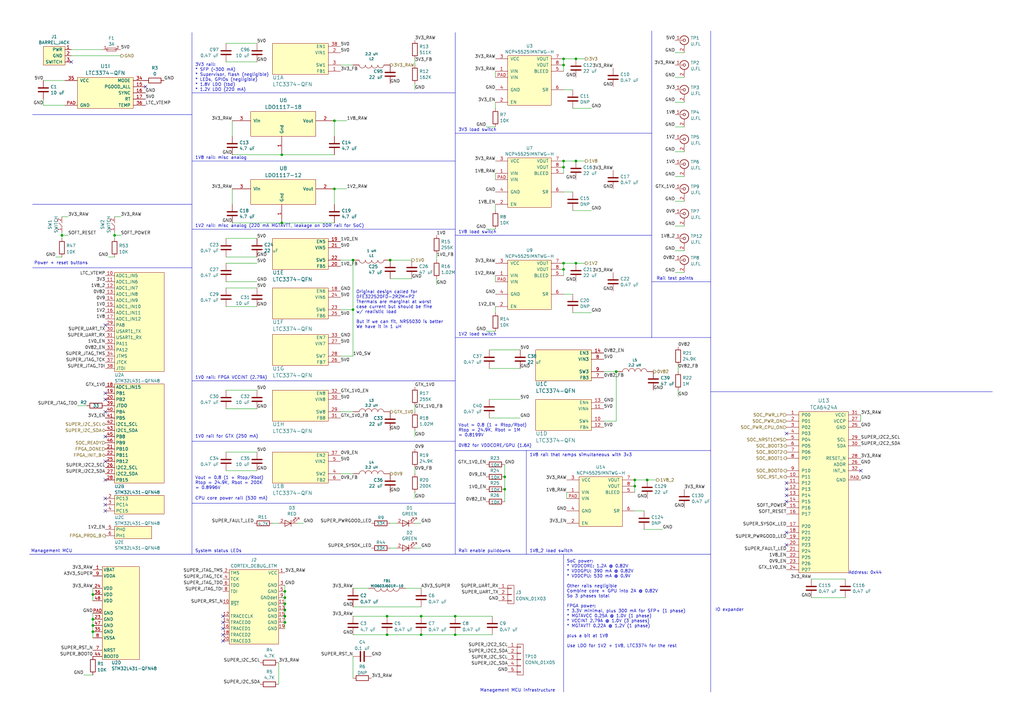
<source format=kicad_sch>
(kicad_sch (version 20250114) (generator "eeschema") (generator_version "9.0")
  (paper "A3")
  (title_block (date "2025-12-25") (rev "0.1"))
  (text "Address: 0x44" (at 347.98 234.95 0) (effects (font (size 1.27 1.27)) (justify left)))
  (text "1V0 rail for GTX (250 mA)" (at 80.01 179.07 0) (effects (font (size 1.27 1.27)) (justify left)))
  (text "1V2 load switch" (at 187.96 137.16 0) (effects (font (size 1.27 1.27)) (justify left)))
  (text "Original design called for \nDFE322520FD-2R2M=P2\nThermals are marginal at worst\ncase current but should be fine\nw/ realistic load\n\nBut if we can fit, NRS5030 is better\nWe have it in 1 uH" (at 146.05 127 0) (effects (font (size 1.27 1.27)) (justify left)))
  (text "Rail test points" (at 269.24 114.3 0) (effects (font (size 1.27 1.27)) (justify left)))
  (text "1V8 rail: misc analog" (at 80.01 64.77 0) (effects (font (size 1.27 1.27)) (justify left)))
  (text "1V8_2 load switch" (at 217.17 226.06 0) (effects (font (size 1.27 1.27)) (justify left)))
  (text "Management MCU" (at 12.7 226.06 0) (effects (font (size 1.27 1.27)) (justify left)))
  (text "System status LEDs" (at 80.01 226.06 0) (effects (font (size 1.27 1.27)) (justify left)))
  (text "3V3 rail:\n* SFP (~300 mA)\n* Supervisor, flash (negligible)\n* LEDs, GPIOs (negligible)\n* 1.8V LDO (tbd)\n* 1.2V LDO (220 mA)" (at 80.01 31.75 0) (effects (font (size 1.27 1.27)) (justify left)))
  (text "Vout = 0.8 (1 + Rtop/Rbot)\nRtop = 24.9K, Rbot = 1M\n= 0.8199V" (at 187.96 176.53 0) (effects (font (size 1.27 1.27)) (justify left)))
  (text "3V3 load switch" (at 187.96 53.34 0) (effects (font (size 1.27 1.27)) (justify left)))
  (text "Management MCU infrastructure" (at 196.85 283.21 0) (effects (font (size 1.27 1.27)) (justify left)))
  (text "IO expander" (at 293.37 250.19 0) (effects (font (size 1.27 1.27)) (justify left)))
  (text "1V0 rail: FPGA VCCINT (2.79A)" (at 80.01 154.94 0) (effects (font (size 1.27 1.27)) (justify left)))
  (text "Rail enable pulldowns" (at 187.96 226.06 0) (effects (font (size 1.27 1.27)) (justify left)))
  (text "1V8 rail that ramps simultaneous with 3v3" (at 217.17 186.69 0) (effects (font (size 1.27 1.27)) (justify left)))
  (text "Vout = 0.8 (1 + Rtop/Rbot)\nRtop = 24.9K, Rbot = 200K\n= 0.8996V" (at 80.01 198.12 0) (effects (font (size 1.27 1.27)) (justify left)))
  (text "SoC power:\n* VDDCORE: 1.2A @ 0.82V\n* VDDGPU: 390 mA @ 0.82V\n* VDDCPU: 530 mA @ 0.9V\n\nOther rails negligible\nCombine core + GPU into 2A @ 0.82V\nSo 3 phases total\n\nFPGA power:\n* 3.3V minimal, plus 300 mA for SFP+ (1 phase)\n* MGTAVCC 0.25A @ 1.0V (1 phase)\n* VCCINT 2.79A @ 1.0V (3 phases)\n* MGTAVTT 0.22A @ 1.2V (1 phase)\n\nplus a bit at 1V8\n\nUse LDO for 1V2 + 1V8, LTC3374 for the rest" (at 232.41 247.65 0) (effects (font (size 1.27 1.27)) (justify left)))
  (text "1V2 rail: misc analog (220 mA MGTAVTT, leakage on DDR rail for SoC)" (at 80.01 92.71 0) (effects (font (size 1.27 1.27)) (justify left)))
  (text "0V82 for VDDCORE/GPU (1.6A)" (at 187.96 182.88 0) (effects (font (size 1.27 1.27)) (justify left)))
  (text "CPU core power rail (530 mA)" (at 80.01 204.47 0) (effects (font (size 1.27 1.27)) (justify left)))
  (text "Power + reset buttons" (at 13.97 107.95 0) (effects (font (size 1.27 1.27)) (justify left)))
  (text "1V8 load switch" (at 187.96 95.25 0) (effects (font (size 1.27 1.27)) (justify left)))
  (junction (at 260.35 196.85))
  (junction (at 25.4 96.52))
  (junction (at 38.1 243.84))
  (junction (at 236.22 66.04))
  (junction (at 116.84 242.57))
  (junction (at 231.14 66.04))
  (junction (at 46.99 96.52))
  (junction (at 137.16 77.47))
  (junction (at 115.57 63.5))
  (junction (at 231.14 110.49))
  (junction (at 207.01 195.58))
  (junction (at 116.84 250.19))
  (junction (at 231.14 107.95))
  (junction (at 186.69 252.73))
  (junction (at 231.14 68.58))
  (junction (at 231.14 24.13))
  (junction (at 115.57 91.44))
  (junction (at 38.1 254))
  (junction (at 207.01 200.66))
  (junction (at 236.22 107.95))
  (junction (at 38.1 256.54))
  (junction (at 38.1 259.08))
  (junction (at 260.35 199.39))
  (junction (at 172.72 252.73))
  (junction (at 144.78 106.68))
  (junction (at 116.84 255.27))
  (junction (at 116.84 245.11))
  (junction (at 144.78 127))
  (junction (at 236.22 24.13))
  (junction (at 158.75 260.35))
  (junction (at 137.16 49.53))
  (junction (at 160.02 106.68))
  (junction (at 186.69 260.35))
  (junction (at 252.73 152.4))
  (junction (at 116.84 247.65))
  (junction (at 172.72 260.35))
  (junction (at 116.84 252.73))
  (junction (at 265.43 196.85))
  (junction (at 158.75 252.73))
  (junction (at 231.14 26.67))
  (no_connect (at 322.58 200.66))
  (no_connect (at 43.18 207.01))
  (no_connect (at 43.18 189.23))
  (no_connect (at 91.44 257.81))
  (no_connect (at 91.44 252.73))
  (no_connect (at 29.21 25.4))
  (no_connect (at 91.44 262.89))
  (no_connect (at 91.44 260.35))
  (no_connect (at 322.58 205.74))
  (no_connect (at 43.18 196.85))
  (no_connect (at 43.18 161.29))
  (no_connect (at 322.58 218.44))
  (no_connect (at 43.18 163.83))
  (no_connect (at 322.58 223.52))
  (no_connect (at 322.58 198.12))
  (no_connect (at 59.69 35.56))
  (no_connect (at 91.44 255.27))
  (no_connect (at 322.58 177.8))
  (no_connect (at 43.18 179.07))
  (no_connect (at 43.18 204.47))
  (no_connect (at 43.18 133.35))
  (no_connect (at 322.58 203.2))
  (no_connect (at 43.18 209.55))
  (no_connect (at 43.18 168.91))
  (no_connect (at 353.06 193.04))
  (polyline (pts (xy 267.335 54.61) (xy 267.335 96.52)))
  (wire (pts (xy 158.75 252.73) (xy 172.72 252.73)))
  (wire (pts (xy 38.1 259.08) (xy 38.1 261.62)))
  (wire (pts (xy 234.95 128.27) (xy 242.57 128.27)))
  (wire (pts (xy 234.95 44.45) (xy 242.57 44.45)))
  (wire (pts (xy 170.18 214.63) (xy 172.72 214.63)))
  (wire (pts (xy 213.36 143.51) (xy 200.66 143.51)))
  (wire (pts (xy 116.84 245.11) (xy 116.84 247.65)))
  (wire (pts (xy 213.36 151.13) (xy 200.66 151.13)))
  (wire (pts (xy 137.16 55.88) (xy 137.16 49.53)))
  (polyline (pts (xy 78.74 180.975) (xy 186.69 180.975)))
  (wire (pts (xy 144.78 269.24) (xy 144.78 278.13)))
  (wire (pts (xy 199.39 52.07) (xy 203.2 52.07)))
  (polyline (pts (xy 267.335 138.43) (xy 291.465 138.43)))
  (polyline (pts (xy 13.335 83.82) (xy 78.74 83.82)))
  (wire (pts (xy 38.1 251.46) (xy 38.1 254)))
  (polyline (pts (xy 78.74 156.21) (xy 186.69 156.21)))
  (polyline (pts (xy 291.465 184.785) (xy 186.69 184.785)))
  (wire (pts (xy 46.99 96.52) (xy 46.99 97.79)))
  (wire (pts (xy 276.86 82.55) (xy 280.67 82.55)))
  (wire (pts (xy 332.74 245.11) (xy 346.71 245.11)))
  (wire (pts (xy 168.91 114.3) (xy 160.02 114.3)))
  (wire (pts (xy 203.2 83.82) (xy 203.2 86.36)))
  (wire (pts (xy 105.41 125.73) (xy 92.71 125.73)))
  (wire (pts (xy 236.22 24.13) (xy 240.03 24.13)))
  (polyline (pts (xy 267.335 12.7) (xy 267.335 54.61)))
  (wire (pts (xy 231.14 24.13) (xy 236.22 24.13)))
  (wire (pts (xy 105.41 105.41) (xy 92.71 105.41)))
  (wire (pts (xy 179.07 104.14) (xy 179.07 106.68)))
  (polyline (pts (xy 291.465 115.57) (xy 267.335 115.57)))
  (wire (pts (xy 31.75 166.37) (xy 35.56 166.37)))
  (wire (pts (xy 144.78 248.92) (xy 172.72 248.92)))
  (wire (pts (xy 95.25 55.88) (xy 95.25 49.53)))
  (wire (pts (xy 276.86 52.07) (xy 280.67 52.07)))
  (wire (pts (xy 199.39 93.98) (xy 203.2 93.98)))
  (wire (pts (xy 231.14 66.04) (xy 231.14 68.58)))
  (wire (pts (xy 276.86 62.23) (xy 280.67 62.23)))
  (wire (pts (xy 231.14 120.65) (xy 234.95 120.65)))
  (wire (pts (xy 207.01 195.58) (xy 207.01 200.66)))
  (wire (pts (xy 236.22 107.95) (xy 240.03 107.95)))
  (wire (pts (xy 260.35 196.85) (xy 265.43 196.85)))
  (wire (pts (xy 17.78 43.18) (xy 26.67 43.18)))
  (wire (pts (xy 95.25 83.82) (xy 95.25 77.47)))
  (wire (pts (xy 252.73 172.72) (xy 247.65 172.72)))
  (wire (pts (xy 105.41 107.95) (xy 92.71 107.95)))
  (wire (pts (xy 278.13 149.86) (xy 278.13 152.4)))
  (wire (pts (xy 166.37 241.3) (xy 172.72 241.3)))
  (wire (pts (xy 260.35 199.39) (xy 260.35 201.93)))
  (wire (pts (xy 276.86 92.71) (xy 280.67 92.71)))
  (wire (pts (xy 29.21 22.86) (xy 49.53 22.86)))
  (wire (pts (xy 231.14 107.95) (xy 236.22 107.95)))
  (wire (pts (xy 332.74 237.49) (xy 346.71 237.49)))
  (wire (pts (xy 44.45 105.41) (xy 46.99 105.41)))
  (wire (pts (xy 115.57 91.44) (xy 137.16 91.44)))
  (polyline (pts (xy 78.74 93.98) (xy 186.69 93.98)))
  (wire (pts (xy 144.78 260.35) (xy 158.75 260.35)))
  (wire (pts (xy 232.41 201.93) (xy 232.41 204.47)))
  (wire (pts (xy 265.43 196.85) (xy 269.24 196.85)))
  (wire (pts (xy 116.84 255.27) (xy 116.84 257.81)))
  (wire (pts (xy 144.78 26.67) (xy 139.7 26.67)))
  (wire (pts (xy 252.73 152.4) (xy 247.65 152.4)))
  (wire (pts (xy 144.78 127) (xy 144.78 146.05)))
  (wire (pts (xy 170.18 204.47) (xy 170.18 201.93)))
  (wire (pts (xy 170.18 191.77) (xy 170.18 194.31)))
  (wire (pts (xy 105.41 118.11) (xy 92.71 118.11)))
  (polyline (pts (xy 78.74 13.335) (xy 78.74 109.728)))
  (wire (pts (xy 276.86 31.75) (xy 280.67 31.75)))
  (wire (pts (xy 34.29 276.86) (xy 38.1 276.86)))
  (polyline (pts (xy 267.335 96.52) (xy 267.335 138.43)))
  (wire (pts (xy 29.21 20.32) (xy 41.91 20.32)))
  (wire (pts (xy 137.16 77.47) (xy 142.24 77.47)))
  (wire (pts (xy 203.2 125.73) (xy 203.2 128.27)))
  (wire (pts (xy 170.18 224.79) (xy 172.72 224.79)))
  (wire (pts (xy 25.4 95.25) (xy 25.4 96.52)))
  (wire (pts (xy 276.86 111.76) (xy 280.67 111.76)))
  (wire (pts (xy 170.18 179.07) (xy 170.18 176.53)))
  (wire (pts (xy 353.06 170.18) (xy 353.06 172.72)))
  (wire (pts (xy 17.78 33.02) (xy 26.67 33.02)))
  (polyline (pts (xy 78.74 66.04) (xy 186.69 66.04)))
  (wire (pts (xy 231.14 36.83) (xy 234.95 36.83)))
  (wire (pts (xy 186.69 252.73) (xy 201.93 252.73)))
  (wire (pts (xy 22.86 105.41) (xy 25.4 105.41)))
  (wire (pts (xy 46.99 95.25) (xy 46.99 96.52)))
  (polyline (pts (xy 78.74 206.375) (xy 186.69 206.375)))
  (wire (pts (xy 114.3 271.78) (xy 114.3 280.67)))
  (wire (pts (xy 231.14 78.74) (xy 234.95 78.74)))
  (wire (pts (xy 213.36 163.83) (xy 200.66 163.83)))
  (wire (pts (xy 170.18 166.37) (xy 170.18 168.91)))
  (wire (pts (xy 105.41 167.64) (xy 92.71 167.64)))
  (wire (pts (xy 160.02 224.79) (xy 162.56 224.79)))
  (wire (pts (xy 46.99 96.52) (xy 49.53 96.52)))
  (wire (pts (xy 95.25 63.5) (xy 115.57 63.5)))
  (wire (pts (xy 276.86 21.59) (xy 280.67 21.59)))
  (wire (pts (xy 105.41 160.02) (xy 92.71 160.02)))
  (wire (pts (xy 137.16 83.82) (xy 137.16 77.47)))
  (wire (pts (xy 170.18 24.13) (xy 170.18 26.67)))
  (wire (pts (xy 105.41 193.04) (xy 92.71 193.04)))
  (wire (pts (xy 38.1 243.84) (xy 38.1 246.38)))
  (wire (pts (xy 115.57 63.5) (xy 137.16 63.5)))
  (wire (pts (xy 144.78 106.68) (xy 139.7 106.68)))
  (wire (pts (xy 105.41 17.78) (xy 92.71 17.78)))
  (wire (pts (xy 160.02 214.63) (xy 162.56 214.63)))
  (polyline (pts (xy 13.335 109.855) (xy 78.74 109.855)))
  (wire (pts (xy 105.41 115.57) (xy 92.71 115.57)))
  (wire (pts (xy 231.14 107.95) (xy 231.14 110.49)))
  (wire (pts (xy 179.07 116.84) (xy 179.07 114.3)))
  (wire (pts (xy 203.2 71.12) (xy 203.2 73.66)))
  (polyline (pts (xy 267.335 96.52) (xy 186.69 96.52)))
  (wire (pts (xy 116.84 240.03) (xy 116.84 242.57)))
  (wire (pts (xy 38.1 254) (xy 38.1 256.54)))
  (wire (pts (xy 231.14 110.49) (xy 231.14 113.03)))
  (polyline (pts (xy 215.9 184.785) (xy 215.9 227.33)))
  (wire (pts (xy 260.35 209.55) (xy 264.16 209.55)))
  (polyline (pts (xy 13.335 46.99) (xy 78.74 46.99)))
  (wire (pts (xy 116.84 252.73) (xy 116.84 255.27)))
  (wire (pts (xy 144.78 168.91) (xy 139.7 168.91)))
  (wire (pts (xy 252.73 152.4) (xy 252.73 172.72)))
  (wire (pts (xy 207.01 200.66) (xy 207.01 205.74)))
  (wire (pts (xy 25.4 88.9) (xy 27.94 88.9)))
  (wire (pts (xy 144.78 252.73) (xy 158.75 252.73)))
  (polyline (pts (xy 291.465 96.52) (xy 291.465 138.43)))
  (wire (pts (xy 170.18 36.83) (xy 170.18 34.29)))
  (wire (pts (xy 116.84 250.19) (xy 116.84 252.73)))
  (wire (pts (xy 105.41 25.4) (xy 92.71 25.4)))
  (polyline (pts (xy 186.69 13.335) (xy 186.69 227.33)))
  (wire (pts (xy 116.84 247.65) (xy 116.84 250.19)))
  (polyline (pts (xy 12.065 227.33) (xy 231.14 227.33)))
  (wire (pts (xy 231.14 68.58) (xy 231.14 71.12)))
  (polyline (pts (xy 291.465 160.655) (xy 407.035 160.655)))
  (wire (pts (xy 276.86 41.91) (xy 280.67 41.91)))
  (wire (pts (xy 116.84 242.57) (xy 116.84 245.11)))
  (wire (pts (xy 137.16 49.53) (xy 142.24 49.53)))
  (polyline (pts (xy 291.465 12.7) (xy 291.465 96.52)))
  (polyline (pts (xy 186.69 38.1) (xy 78.74 38.1)))
  (wire (pts (xy 203.2 29.21) (xy 203.2 31.75)))
  (wire (pts (xy 236.22 66.04) (xy 240.03 66.04)))
  (wire (pts (xy 144.78 194.31) (xy 139.7 194.31)))
  (wire (pts (xy 105.41 185.42) (xy 92.71 185.42)))
  (wire (pts (xy 17.78 40.64) (xy 17.78 43.18)))
  (wire (pts (xy 144.78 146.05) (xy 139.7 146.05)))
  (wire (pts (xy 105.41 97.79) (xy 92.71 97.79)))
  (polyline (pts (xy 291.465 227.33) (xy 291.465 283.845)))
  (wire (pts (xy 234.95 86.36) (xy 242.57 86.36)))
  (polyline (pts (xy 291.465 138.43) (xy 291.465 184.785)))
  (polyline (pts (xy 231.14 227.33) (xy 291.465 227.33)))
  (wire (pts (xy 231.14 66.04) (xy 236.22 66.04)))
  (wire (pts (xy 231.14 26.67) (xy 231.14 29.21)))
  (wire (pts (xy 199.39 135.89) (xy 203.2 135.89)))
  (wire (pts (xy 111.76 214.63) (xy 114.3 214.63)))
  (polyline (pts (xy 78.74 227.33) (xy 78.74 109.855)))
  (wire (pts (xy 95.25 91.44) (xy 115.57 91.44)))
  (wire (pts (xy 144.78 106.68) (xy 144.78 127)))
  (wire (pts (xy 38.1 241.3) (xy 38.1 243.84)))
  (wire (pts (xy 46.99 88.9) (xy 49.53 88.9)))
  (wire (pts (xy 276.86 102.87) (xy 280.67 102.87)))
  (wire (pts (xy 158.75 260.35) (xy 172.72 260.35)))
  (polyline (pts (xy 267.335 54.61) (xy 186.69 54.61)))
  (wire (pts (xy 260.35 196.85) (xy 260.35 199.39)))
  (wire (pts (xy 278.13 162.56) (xy 278.13 160.02)))
  (wire (pts (xy 25.4 96.52) (xy 27.94 96.52)))
  (wire (pts (xy 139.7 127) (xy 144.78 127)))
  (wire (pts (xy 203.2 41.91) (xy 203.2 44.45)))
  (wire (pts (xy 264.16 217.17) (xy 271.78 217.17)))
  (wire (pts (xy 160.02 106.68) (xy 168.91 106.68)))
  (polyline (pts (xy 267.335 138.43) (xy 186.69 138.43)))
  (wire (pts (xy 207.01 190.5) (xy 207.01 195.58)))
  (wire (pts (xy 121.92 214.63) (xy 124.46 214.63)))
  (polyline (pts (xy 231.14 227.33) (xy 231.14 283.845)))
  (wire (pts (xy 172.72 252.73) (xy 186.69 252.73)))
  (polyline (pts (xy 291.465 184.785) (xy 291.465 227.33)))
  (wire (pts (xy 231.14 24.13) (xy 231.14 26.67)))
  (wire (pts (xy 172.72 260.35) (xy 186.69 260.35)))
  (wire (pts (xy 38.1 256.54) (xy 38.1 259.08)))
  (wire (pts (xy 276.86 72.39) (xy 280.67 72.39)))
  (wire (pts (xy 144.78 241.3) (xy 151.13 241.3)))
  (wire (pts (xy 203.2 113.03) (xy 203.2 115.57)))
  (wire (pts (xy 186.69 260.35) (xy 201.93 260.35)))
  (wire (pts (xy 213.36 171.45) (xy 200.66 171.45)))
  (wire (pts (xy 25.4 96.52) (xy 25.4 97.79)))
  (label "GND" (at 199.39 135.89 180))
  (label "5V0" (at 213.36 143.51 0))
  (label "SUPER_I2C2_SDA" (at 353.06 182.88 0))
  (label "1V2_RAW" (at 203.2 113.03 180))
  (label "1V8_2" (at 43.18 118.11 180))
  (label "GTX_1V0" (at 43.18 158.75 180))
  (label "GND" (at 105.41 105.41 0))
  (label "SUPER_SYSOK_LED" (at 152.4 224.79 180))
  (label "GND" (at 17.78 43.18 180))
  (label "0V82_EN" (at 43.18 143.51 180))
  (label "SUPER_RST_N" (at 144.78 269.24 180))
  (label "GND" (at 280.67 208.28 180))
  (label "GTX_1V0_EN" (at 322.58 233.68 180))
  (label "3V3_RAW" (at 353.06 187.96 0))
  (label "3V3_EN" (at 43.18 171.45 180))
  (label "1V0_FB" (at 139.7 109.22 0))
  (label "GND" (at 160.02 176.53 0))
  (label "GND" (at 353.06 196.85 0))
  (label "1V2_EN" (at 203.2 125.73 180))
  (label "SUPER_UART_TX" (at 204.47 243.84 180))
  (label "5V0" (at 105.41 118.11 0))
  (label "GTX_1V0_FB" (at 170.18 167.64 0))
  (label "1V8_EN" (at 203.2 83.82 180))
  (label "0V82" (at 278.13 142.24 0))
  (label "3V3_RAW" (at 27.94 88.9 0))
  (label "GND" (at 105.41 193.04 0))
  (label "GND" (at 276.86 72.39 180))
  (label "GND" (at 276.86 62.23 180))
  (label "3V3_RAW" (at 251.46 111.76 180))
  (label "3V3_RAW" (at 95.25 77.47 180))
  (label "GND" (at 204.47 246.38 180))
  (label "SUPER_RST_N" (at 38.1 266.7 180))
  (label "SUPER_JTAG_TDO" (at 31.75 166.37 180))
  (label "3V3_RAW" (at 144.78 252.73 180))
  (label "GND" (at 105.41 115.57 0))
  (label "1V0" (at 179.07 96.52 0))
  (label "3V3_RAW" (at 116.84 234.95 0))
  (label "GTX_1V0_EN" (at 199.39 190.5 180))
  (label "GND" (at 242.57 128.27 0))
  (label "GND" (at 203.2 120.65 180))
  (label "GND" (at 160.02 34.29 0))
  (label "SUPER_SYSOK_LED" (at 322.58 215.9 180))
  (label "GND" (at 67.31 33.02 0))
  (label "GND" (at 278.13 162.56 0))
  (label "SUPER_I2C2_SCL" (at 353.06 180.34 0))
  (label "SUPER_I2C_SCL" (at 106.68 271.78 180))
  (label "3V3_RAW" (at 95.25 49.53 180))
  (label "3V3_RAW" (at 203.2 66.04 180))
  (label "A3V3_SUPER" (at 172.72 241.3 0))
  (label "GND" (at 247.65 165.1 0))
  (label "SUPER_I2C2_SDA" (at 208.28 267.97 180))
  (label "GND" (at 242.57 44.45 0))
  (label "1V2" (at 276.86 57.15 180))
  (label "3V3_RAW" (at 332.74 237.49 180))
  (label "GND" (at 207.01 190.5 0))
  (label "5V0" (at 105.41 107.95 0))
  (label "SUPER_PWRGOOD_LED" (at 322.58 220.98 180))
  (label "1V2" (at 43.18 128.27 180))
  (label "3V3_EN" (at 203.2 41.91 180))
  (label "1V2_EN" (at 43.18 217.17 180))
  (label "GND" (at 276.86 102.87 180))
  (label "GTX_1V0_FB" (at 139.7 171.45 0))
  (label "GND" (at 105.41 125.73 0))
  (label "GND" (at 208.28 275.59 180))
  (label "3V3_RAW" (at 203.2 24.13 180))
  (label "SUPER_I2C_SDA" (at 106.68 280.67 180))
  (label "3V3_RAW" (at 232.41 196.85 180))
  (label "GND" (at 203.2 36.83 180))
  (label "GND" (at 276.86 82.55 180))
  (label "SUPER_FAULT_LED" (at 322.58 226.06 180))
  (label "5V0" (at 105.41 160.02 0))
  (label "GND" (at 139.7 119.38 0))
  (label "5V0" (at 247.65 175.26 0))
  (label "0V82_EN" (at 199.39 205.74 180))
  (label "SUPER_I2C_SCL" (at 208.28 270.51 180))
  (label "GND" (at 172.72 224.79 0))
  (label "1V8_RAW" (at 203.2 71.12 180))
  (label "GND" (at 170.18 204.47 0))
  (label "SOFT_RESET" (at 322.58 210.82 180))
  (label "0V9" (at 43.18 123.19 180))
  (label "SOFT_POWER" (at 322.58 208.28 180))
  (label "GND" (at 172.72 214.63 0))
  (label "3V3_FB" (at 139.7 29.21 0))
  (label "5V0" (at 139.7 21.59 0))
  (label "GND" (at 276.86 41.91 180))
  (label "GND" (at 251.46 35.56 180))
  (label "GND" (at 199.39 93.98 180))
  (label "SUPER_PWRGOOD_LED" (at 152.4 214.63 180))
  (label "5V0" (at 139.7 129.54 0))
  (label "GND" (at 236.22 73.66 180))
  (label "5V0" (at 59.69 40.64 0))
  (label "3V3_FB" (at 170.18 25.4 0))
  (label "0V9_EN" (at 139.7 186.69 0))
  (label "GND" (at 332.74 245.11 180))
  (label "3V3_RAW" (at 353.06 170.18 0))
  (label "1V0_FB" (at 179.07 105.41 0))
  (label "GND" (at 38.1 251.46 180))
  (label "SUPER_FAULT_LED" (at 104.14 214.63 180))
  (label "GND" (at 251.46 119.38 180))
  (label "1V0_EN" (at 43.18 140.97 180))
  (label "SUPER_JTAG_TDO" (at 91.44 240.03 180))
  (label "0V9_EN" (at 199.39 195.58 180))
  (label "GND" (at 276.86 52.07 180))
  (label "5V0" (at 49.53 20.32 0))
  (label "3V3_EN" (at 232.41 214.63 180))
  (label "GND" (at 34.29 276.86 180))
  (label "SOFT_RESET" (at 27.94 96.52 0))
  (label "SUPER_JTAG_TCK" (at 43.18 148.59 180))
  (label "GND" (at 242.57 86.36 0))
  (label "1V2_RAW" (at 142.24 77.47 0))
  (label "5V0" (at 105.41 97.79 0))
  (label "3V3_RAW" (at 152.4 278.13 0))
  (label "5V0" (at 247.65 147.32 0))
  (label "5V0" (at 139.7 163.83 0))
  (label "GND" (at 116.84 240.03 0))
  (label "GTX_1V0" (at 276.86 77.47 180))
  (label "GND" (at 276.86 21.59 180))
  (label "3V3_RAW" (at 170.18 16.51 0))
  (label "GND" (at 267.97 160.02 0))
  (label "GND" (at 276.86 31.75 180))
  (label "GND" (at 124.46 214.63 0))
  (label "1V8" (at 276.86 46.99 180))
  (label "SUPER_JTAG_TMS" (at 43.18 146.05 180))
  (label "5V0" (at 139.7 189.23 0))
  (label "3V3_RAW" (at 203.2 29.21 180))
  (label "SUPER_UART_RX" (at 204.47 241.3 180))
  (label "GND" (at 139.7 138.43 0))
  (label "3V3_RAW" (at 276.86 26.67 180))
  (label "1V0_SW" (at 144.78 146.05 0))
  (label "GND" (at 44.45 105.41 180))
  (label "1V0" (at 43.18 125.73 180))
  (label "1V8_RAW" (at 232.41 201.93 180))
  (label "1V0_EN" (at 139.7 99.06 0))
  (label "5V0" (at 105.41 185.42 0))
  (label "5V0" (at 213.36 163.83 0))
  (label "0V9" (at 170.18 184.15 0))
  (label "3V3_RAW" (at 38.1 233.68 180))
  (label "GND" (at 144.78 248.92 180))
  (label "SUPER_RST_N" (at 91.44 247.65 180))
  (label "0V9_EN" (at 322.58 231.14 180))
  (label "GND" (at 160.02 201.93 0))
  (label "5V0" (at 139.7 121.92 0))
  (label "GND" (at 353.06 190.5 0))
  (label "SUPER_BOOT0" (at 38.1 269.24 180))
  (label "GND" (at 144.78 260.35 180))
  (label "LTC_VTEMP" (at 43.18 113.03 180))
  (label "0V82" (at 276.86 106.68 180))
  (label "0V82" (at 43.18 120.65 180))
  (label "GND" (at 271.78 217.17 0))
  (label "0V9" (at 276.86 87.63 180))
  (label "1V8_2" (at 276.86 97.79 180))
  (label "GND" (at 203.2 78.74 180))
  (label "1V0_EN" (at 199.39 200.66 180))
  (label "LTC_VTEMP" (at 59.69 43.18 0))
  (label "GND" (at 236.22 31.75 180))
  (label "5V0" (at 276.86 16.51 180))
  (label "GND" (at 95.25 63.5 180))
  (label "SUPER_JTAG_TCK" (at 91.44 237.49 180))
  (label "GND" (at 236.22 115.57 180))
  (label "GND" (at 213.36 151.13 0))
  (label "5V0" (at 139.7 140.97 0))
  (label "GND" (at 232.41 209.55 180))
  (label "5V0" (at 139.7 148.59 0))
  (label "5V0" (at 105.41 17.78 0))
  (label "1V8_RAW" (at 142.24 49.53 0))
  (label "0V82_FB" (at 278.13 151.13 0))
  (label "GTX_1V0" (at 170.18 158.75 0))
  (label "1V8" (at 43.18 130.81 180))
  (label "SUPER_JTAG_TDI" (at 43.18 151.13 180))
  (label "GND" (at 179.07 116.84 0))
  (label "GND" (at 276.86 111.76 180))
  (label "1V8_EN" (at 322.58 228.6 180))
  (label "3V3_RAW" (at 144.78 241.3 180))
  (label "SUPER_I2C2_SDA" (at 43.18 194.31 180))
  (label "GND" (at 353.06 175.26 0))
  (label "GND" (at 213.36 171.45 0))
  (label "0V9_FB" (at 139.7 196.85 0))
  (label "GND" (at 170.18 36.83 0))
  (label "GND" (at 170.18 179.07 0))
  (label "SOFT_POWER" (at 49.53 96.52 0))
  (label "SUPER_JTAG_TMS" (at 91.44 234.95 180))
  (label "3V3_RAW" (at 280.67 200.66 0))
  (label "GND" (at 168.91 114.3 0))
  (label "3V3_RAW" (at 251.46 69.85 180))
  (label "GND" (at 152.4 269.24 0))
  (label "SUPER_I2C_SDA" (at 208.28 273.05 180))
  (label "GND" (at 22.86 105.41 180))
  (label "3V3" (at 43.18 115.57 180))
  (label "5V0" (at 139.7 19.05 0))
  (label "GND" (at 251.46 77.47 180))
  (label "0V82_EN" (at 247.65 144.78 0))
  (label "A3V3_SUPER" (at 38.1 236.22 180))
  (label "SUPER_UART_TX" (at 43.18 135.89 180))
  (label "3V3" (at 276.86 36.83 180))
  (label "GND" (at 105.41 167.64 0))
  (label "5V0" (at 139.7 101.6 0))
  (label "GTX_1V0_EN" (at 139.7 161.29 0))
  (label "GND" (at 59.69 38.1 0))
  (label "GND" (at 105.41 25.4 0))
  (label "3V3_RAW" (at 114.3 271.78 0))
  (label "5V0" (at 247.65 167.64 0))
  (label "GND" (at 199.39 52.07 180))
  (label "5V0" (at 17.78 33.02 180))
  (label "GND" (at 265.43 204.47 180))
  (label "GND" (at 95.25 91.44 180))
  (label "3V3_RAW" (at 203.2 107.95 180))
  (label "GND" (at 276.86 92.71 180))
  (label "3V3_RAW" (at 49.53 88.9 0))
  (label "0V9_FB" (at 170.18 193.04 0))
  (label "SUPER_JTAG_TDI" (at 91.44 242.57 180))
  (label "3V3_RAW" (at 38.1 241.3 180))
  (label "1V0" (at 276.86 67.31 180))
  (label "SUPER_UART_RX" (at 43.18 138.43 180))
  (label "SUPER_I2C2_SCL" (at 208.28 265.43 180))
  (label "0V82_FB" (at 247.65 154.94 0))
  (label "3V3_RAW" (at 251.46 27.94 180))
  (label "SUPER_I2C2_SCL" (at 43.18 191.77 180))
  (hierarchical_label "SOC_BOOT1" (shape output) (at 322.58 187.96 180))
  (hierarchical_label "1V8_2" (shape output) (at 269.24 196.85 0))
  (hierarchical_label "SOC_PWR_ON" (shape input) (at 322.58 172.72 180))
  (hierarchical_label "GTX_1V0" (shape output) (at 160.02 168.91 0))
  (hierarchical_label "SUPER_I2C_SDA" (shape bidirectional) (at 43.18 176.53 180))
  (hierarchical_label "SOC_PWR_CPU_ON" (shape input) (at 322.58 175.26 180))
  (hierarchical_label "SOC_PWR_LP" (shape input) (at 322.58 170.18 180))
  (hierarchical_label "SOC_BOOT0" (shape output) (at 322.58 193.04 180))
  (hierarchical_label "FPGA_PROG_B" (shape output) (at 43.18 219.71 180))
  (hierarchical_label "1V0" (shape output) (at 168.91 106.68 0))
  (hierarchical_label "FPGA_DONE" (shape input) (at 43.18 184.15 180))
  (hierarchical_label "1V2" (shape output) (at 240.03 107.95 0))
  (hierarchical_label "0V82" (shape output) (at 267.97 152.4 0))
  (hierarchical_label "FPGA_INIT_B" (shape bidirectional) (at 43.18 186.69 180))
  (hierarchical_label "SUPER_I2C_SCL" (shape bidirectional) (at 43.18 173.99 180))
  (hierarchical_label "SOC_BOOT2" (shape output) (at 322.58 185.42 180))
  (hierarchical_label "0V9" (shape output) (at 160.02 194.31 0))
  (hierarchical_label "SOC_READY" (shape input) (at 43.18 181.61 180))
  (hierarchical_label "1V8" (shape output) (at 240.03 66.04 0))
  (hierarchical_label "SOC_BOOT3" (shape output) (at 322.58 182.88 180))
  (hierarchical_label "3V3_RAW" (shape output) (at 160.02 26.67 0))
  (hierarchical_label "SOC_NRST1CMS" (shape input) (at 322.58 180.34 180))
  (hierarchical_label "GND" (shape output) (at 49.53 22.86 0))
  (hierarchical_label "SOC_RST_N" (shape output) (at 322.58 195.58 180))
  (hierarchical_label "3V3" (shape output) (at 240.03 24.13 0))
  (symbol (lib_id "conn:CONN_COAXIAL") (at 280.67 87.63 0) (unit 1)
    (property "Reference" "TP7" (at 283.21 86.711 0) (effects (justify left)))
    (property "Value" "U.FL" (at 283.21 89.1353 0) (effects (justify left)))
    (property "Footprint" "azonenberg_pcb:CONN_U.FL_TE_1909763-1" (effects (hide yes)))
    (property "Description" "coaxial connector (BNC, SMA, SMB, SMC, Cinch/RCA, ...)" (effects (hide yes)))
  )
  (symbol (lib_id "device:C") (at 172.72 245.11 0) (unit 1)
    (property "Reference" "C6" (at 175.641 244.2753 0) (effects (justify left)))
    (property "Value" "0.47 uF" (at 175.641 246.8122 0) (effects (justify left)))
    (property "Footprint" "azonenberg_pcb:EIA_0402_CAP_NOSILK" (effects (hide yes)))
  )
  (symbol (lib_id "passive-azonenberg:INDUCTOR_PWROUT") (at 260.35 152.4 270) (mirror x) (unit 1)
    (property "Reference" "L5" (at 260.35 147.7253 90) (effects (font (size 1.016 1.016))))
    (property "Value" "2.2 uH" (at 260.35 149.7408 90) (effects (font (size 1.016 1.016))))
    (property "Footprint" "azonenberg_pcb:EIA_1210_CAP_NOSILK" (effects (hide yes)))
  )
  (symbol (lib_id "device:R") (at 179.07 100.33 0) (unit 1)
    (property "Reference" "R15" (at 180.848 99.1178 0) (effects (justify left)))
    (property "Value" "255K" (at 180.848 101.5421 0) (effects (justify left)))
    (property "Footprint" "azonenberg_pcb:EIA_0402_RES_NOSILK" (effects (hide yes)))
    (property "Description" "Resistor" (effects (hide yes)))
  )
  (symbol (lib_id "passive-azonenberg:INDUCTOR_PWROUT") (at 152.4 168.91 270) (mirror x) (unit 1)
    (property "Reference" "L3" (at 152.4 164.2353 90) (effects (font (size 1.016 1.016))))
    (property "Value" "2.2 uH" (at 152.4 166.2508 90) (effects (font (size 1.016 1.016))))
    (property "Footprint" "azonenberg_pcb:EIA_1210_CAP_NOSILK" (effects (hide yes)))
  )
  (symbol (lib_id "device:R") (at 170.18 162.56 0) (unit 1)
    (property "Reference" "R17" (at 171.958 161.3478 0) (effects (justify left)))
    (property "Value" "255K" (at 171.958 163.7721 0) (effects (justify left)))
    (property "Footprint" "azonenberg_pcb:EIA_0402_RES_NOSILK" (effects (hide yes)))
    (property "Description" "Resistor" (effects (hide yes)))
  )
  (symbol (lib_id "power-azonenberg:LTC3374-QFN") (at 134.62 110.49 0) (mirror y) (unit 5)
    (property "Reference" "U1" (at 111.76 111.76 0) (effects (font (size 1.524 1.524)) (justify right)))
    (property "Value" "LTC3374-QFN" (at 111.76 114.5929 0) (effects (font (size 1.524 1.524)) (justify right)))
    (property "Footprint" "azonenberg_pcb:QFN_38_0.5MM_5x7MM" (effects (hide yes)))
  )
  (symbol (lib_id "st-azonenberg:STM32L431-QFN48") (at 46.99 210.82 0) (unit 3)
    (property "Reference" "U2" (at 46.99 212.2057 0) (effects (justify left)))
    (property "Value" "STM32L431-QFN48" (at 46.99 214.63 0) (effects (justify left)))
    (property "Footprint" "azonenberg_pcb:QFN_48_0.5MM_7x7MM" (effects (hide yes)))
    (pin "43" (alternate "I2C1_SDA"))
    (pin "39" (alternate "JTDO"))
    (pin "26" (alternate "I2C2_SCL"))
    (pin "27" (alternate "I2C2_SDA"))
    (pin "10" (alternate "ADC1_IN5"))
    (pin "11" (alternate "ADC1_IN6"))
    (pin "12" (alternate "ADC1_IN7"))
    (pin "13" (alternate "ADC1_IN8"))
    (pin "14" (alternate "ADC1_IN9"))
    (pin "15" (alternate "ADC1_IN10"))
    (pin "16" (alternate "ADC1_IN11"))
    (pin "34" (alternate "JTMS"))
    (pin "31" (alternate "USART1_RX"))
    (pin "37" (alternate "JTCK"))
    (pin "17" (alternate "ADC1_IN12"))
    (pin "30" (alternate "USART1_TX"))
    (pin "18" (alternate "ADC1_IN15"))
    (pin "42" (alternate "I2C1_SCL"))
    (pin "38" (alternate "JTDI"))
  )
  (symbol (lib_id "power-azonenberg:NCP45525") (at 208.28 43.18 0) (unit 1)
    (property "Reference" "U3" (at 217.17 18.8425 0))
    (property "Value" "NCP45525IMNTWG-H" (at 217.17 21.2668 0))
    (property "Footprint" "azonenberg_pcb:DFN_8_0.5MM_2x2MM" (effects (hide yes)))
  )
  (symbol (lib_id "power-azonenberg:NCP45525") (at 237.49 215.9 0) (unit 1)
    (property "Reference" "U14" (at 246.38 191.5625 0))
    (property "Value" "NCP45525IMNTWG-H" (at 246.38 193.9868 0))
    (property "Footprint" "azonenberg_pcb:DFN_8_0.5MM_2x2MM" (effects (hide yes)))
  )
  (symbol (lib_id "device:C") (at 95.25 59.69 0) (unit 1)
    (property "Reference" "C13" (at 98.171 58.4778 0) (effects (justify left)))
    (property "Value" "4.7 uF" (at 98.171 60.9021 0) (effects (justify left)))
    (property "Footprint" "azonenberg_pcb:EIA_0603_CAP_NOSILK" (effects (hide yes)))
    (property "Description" "Unpolarized capacitor" (effects (hide yes)))
  )
  (symbol (lib_id "device:R") (at 110.49 271.78 270) (unit 1)
    (property "Reference" "R4" (at 110.49 266.6195 90))
    (property "Value" "4.7K" (at 110.49 269.0438 90))
    (property "Footprint" "azonenberg_pcb:EIA_0402_RES_NOSILK" (effects (hide yes)))
  )
  (symbol (lib_id "passive-azonenberg:INDUCTOR_PWROUT") (at 152.4 26.67 270) (unit 1)
    (property "Reference" "L2" (at 152.4 24.13 90) (effects (font (size 1.016 1.016))))
    (property "Value" "2.2 uH" (at 152.4 22.1145 90) (effects (font (size 1.016 1.016))))
    (property "Footprint" "azonenberg_pcb:EIA_1210_CAP_NOSILK" (effects (hide yes)))
  )
  (symbol (lib_id "device:R") (at 170.18 30.48 0) (unit 1)
    (property "Reference" "R12" (at 171.958 29.2678 0) (effects (justify left)))
    (property "Value" "162K" (at 171.958 31.6921 0) (effects (justify left)))
    (property "Footprint" "azonenberg_pcb:EIA_0402_RES_NOSILK" (effects (hide yes)))
    (property "Description" "Resistor" (effects (hide yes)))
  )
  (symbol (lib_id "device:R") (at 156.21 224.79 90) (unit 1)
    (property "Reference" "R44" (at 156.21 222.504 90))
    (property "Value" "33K" (at 156.21 224.79 90))
    (property "Footprint" "azonenberg_pcb:EIA_0402_RES_NOSILK" (effects (hide yes)))
    (property "Description" "Resistor" (effects (hide yes)))
  )
  (symbol (lib_id "device:C") (at 168.91 110.49 0) (mirror y) (unit 1)
    (property "Reference" "C26" (at 171.831 109.2778 0) (effects (justify right)))
    (property "Value" "47 uF" (at 171.831 111.7021 0) (effects (justify right)))
    (property "Footprint" "azonenberg_pcb:EIA_1206_CAP_NOSILK" (effects (hide yes)))
    (property "Description" "Unpolarized capacitor" (effects (hide yes)))
  )
  (symbol (lib_id "device:R") (at 170.18 198.12 0) (unit 1)
    (property "Reference" "R20" (at 171.958 196.9078 0) (effects (justify left)))
    (property "Value" "200K" (at 171.958 199.3321 0) (effects (justify left)))
    (property "Footprint" "azonenberg_pcb:EIA_0402_RES_NOSILK" (effects (hide yes)))
    (property "Description" "Resistor" (effects (hide yes)))
  )
  (symbol (lib_id "device:C") (at 200.66 167.64 0) (mirror y) (unit 1)
    (property "Reference" "C40" (at 197.739 166.4278 0) (effects (justify left)))
    (property "Value" "0.47 uF" (at 197.739 168.8521 0) (effects (justify left)))
    (property "Footprint" "azonenberg_pcb:EIA_0402_CAP_NOSILK" (effects (hide yes)))
    (property "Description" "Unpolarized capacitor" (effects (hide yes)))
  )
  (symbol (lib_id "conn:CONN_COAXIAL") (at 280.67 77.47 0) (unit 1)
    (property "Reference" "TP9" (at 283.21 76.551 0) (effects (justify left)))
    (property "Value" "U.FL" (at 283.21 78.9753 0) (effects (justify left)))
    (property "Footprint" "azonenberg_pcb:CONN_U.FL_TE_1909763-1" (effects (hide yes)))
    (property "Description" "coaxial connector (BNC, SMA, SMB, SMC, Cinch/RCA, ...)" (effects (hide yes)))
  )
  (symbol (lib_id "power-azonenberg:LTC3374-QFN") (at 31.75 44.45 0) (unit 9)
    (property "Reference" "U1" (at 43.18 27.1196 0) (effects (font (size 1.524 1.524))))
    (property "Value" "LTC3374-QFN" (at 43.18 29.9525 0) (effects (font (size 1.524 1.524))))
    (property "Footprint" "azonenberg_pcb:QFN_38_0.5MM_5x7MM" (effects (hide yes)))
  )
  (symbol (lib_id "device:C") (at 251.46 73.66 0) (unit 1)
    (property "Reference" "C17" (at 254.381 72.4478 0) (effects (justify left)))
    (property "Value" "0.47 uF" (at 254.381 74.8721 0) (effects (justify left)))
    (property "Footprint" "azonenberg_pcb:EIA_0402_CAP_NOSILK" (effects (hide yes)))
    (property "Description" "Unpolarized capacitor" (effects (hide yes)))
  )
  (symbol (lib_id "conn:CONN_COAXIAL") (at 280.67 106.68 0) (unit 1)
    (property "Reference" "TP8" (at 283.21 105.761 0) (effects (justify left)))
    (property "Value" "U.FL" (at 283.21 108.1853 0) (effects (justify left)))
    (property "Footprint" "azonenberg_pcb:CONN_U.FL_TE_1909763-1" (effects (hide yes)))
    (property "Description" "coaxial connector (BNC, SMA, SMB, SMC, Cinch/RCA, ...)" (effects (hide yes)))
  )
  (symbol (lib_id "conn:CONN_COAXIAL") (at 280.67 97.79 0) (unit 1)
    (property "Reference" "TP12" (at 283.21 96.871 0) (effects (justify left)))
    (property "Value" "U.FL" (at 283.21 99.2953 0) (effects (justify left)))
    (property "Footprint" "azonenberg_pcb:CONN_U.FL_TE_1909763-1" (effects (hide yes)))
    (property "Description" "coaxial connector (BNC, SMA, SMB, SMC, Cinch/RCA, ...)" (effects (hide yes)))
  )
  (symbol (lib_id "device:C") (at 332.74 241.3 0) (unit 1)
    (property "Reference" "C115" (at 335.661 240.0878 0) (effects (justify left)))
    (property "Value" "0.47 uF" (at 335.661 242.5121 0) (effects (justify left)))
    (property "Footprint" "azonenberg_pcb:EIA_0402_CAP_NOSILK" (effects (hide yes)))
    (property "Description" "Unpolarized capacitor" (effects (hide yes)))
  )
  (symbol (lib_id "device:LED") (at 118.11 214.63 180) (unit 1)
    (property "Reference" "D3" (at 119.7102 208.3265 0))
    (property "Value" "RED" (at 119.7102 210.7508 0))
    (property "Footprint" "azonenberg_pcb:EIA_0402_LED" (effects (hide yes)))
    (property "Description" "LED generic" (effects (hide yes)))
  )
  (symbol (lib_id "device:R") (at 25.4 101.6 180) (unit 1)
    (property "Reference" "R47" (at 27.178 100.7653 0) (effects (justify right)))
    (property "Value" "10K" (at 27.178 103.3022 0) (effects (justify right)))
    (property "Footprint" "azonenberg_pcb:EIA_0402_RES_NOSILK" (effects (hide yes)))
  )
  (symbol (lib_id "device:C") (at 105.41 101.6 0) (mirror y) (unit 1)
    (property "Reference" "C24" (at 108.331 100.3878 0) (effects (justify right)))
    (property "Value" "22 uF" (at 108.331 102.8121 0) (effects (justify right)))
    (property "Footprint" "azonenberg_pcb:EIA_1210_CAP_NOSILK" (effects (hide yes)))
    (property "Description" "Unpolarized capacitor" (effects (hide yes)))
  )
  (symbol (lib_id "device:R") (at 203.2 90.17 0) (unit 1)
    (property "Reference" "R8" (at 204.978 88.9578 0) (effects (justify left)))
    (property "Value" "10K" (at 204.978 91.3821 0) (effects (justify left)))
    (property "Footprint" "azonenberg_pcb:EIA_0402_RES_NOSILK" (effects (hide yes)))
    (property "Description" "Resistor" (effects (hide yes)))
  )
  (symbol (lib_id "power-azonenberg:NCP45525") (at 208.28 85.09 0) (unit 1)
    (property "Reference" "U7" (at 217.17 60.7525 0))
    (property "Value" "NCP45525IMNTWG-H" (at 217.17 63.1768 0))
    (property "Footprint" "azonenberg_pcb:DFN_8_0.5MM_2x2MM" (effects (hide yes)))
  )
  (symbol (lib_id "power-azonenberg:LTC3374-QFN") (at 134.62 172.72 0) (mirror y) (unit 8)
    (property "Reference" "U1" (at 111.76 173.99 0) (effects (font (size 1.524 1.524)) (justify right)))
    (property "Value" "LTC3374-QFN" (at 111.76 176.8229 0) (effects (font (size 1.524 1.524)) (justify right)))
    (property "Footprint" "azonenberg_pcb:QFN_38_0.5MM_5x7MM" (effects (hide yes)))
  )
  (symbol (lib_id "device:C") (at 236.22 69.85 0) (unit 1)
    (property "Reference" "C16" (at 239.141 68.6378 0) (effects (justify left)))
    (property "Value" "22 uF" (at 239.141 71.0621 0) (effects (justify left)))
    (property "Footprint" "azonenberg_pcb:EIA_1210_CAP_NOSILK" (effects (hide yes)))
    (property "Description" "Unpolarized capacitor" (effects (hide yes)))
  )
  (symbol (lib_id "power-azonenberg:LTC3374-QFN") (at 242.57 156.21 0) (mirror y) (unit 3)
    (property "Reference" "U1" (at 219.71 157.48 0) (effects (font (size 1.524 1.524)) (justify right)))
    (property "Value" "LTC3374-QFN" (at 219.71 160.3129 0) (effects (font (size 1.524 1.524)) (justify right)))
    (property "Footprint" "azonenberg_pcb:QFN_38_0.5MM_5x7MM" (effects (hide yes)))
  )
  (symbol (lib_id "conn:CONN_01X03") (at 209.55 243.84 0) (unit 1)
    (property "Reference" "J3" (at 211.455 243.0053 0) (effects (justify left)))
    (property "Value" "CONN_01X03" (at 211.455 245.5422 0) (effects (justify left)))
    (property "Footprint" "azonenberg_pcb:CONN_HEADER_2.54MM_1x3" (effects (hide yes)))
  )
  (symbol (lib_id "power-azonenberg:NCP45525") (at 208.28 127 0) (unit 1)
    (property "Reference" "U9" (at 217.17 102.6625 0))
    (property "Value" "NCP45525IMNTWG-H" (at 217.17 105.0868 0))
    (property "Footprint" "azonenberg_pcb:DFN_8_0.5MM_2x2MM" (effects (hide yes)))
  )
  (symbol (lib_id "passive-azonenberg:SWITCH") (at 25.4 92.71 90) (unit 1)
    (property "Reference" "SW1" (at 20.481 92.075 0))
    (property "Value" "SWITCH" (at 23.0179 92.075 0))
    (property "Footprint" "azonenberg_pcb:SWITCH_RAFI_MICON_5" (effects (hide yes)))
  )
  (symbol (lib_id "power-azonenberg:LTC3374-QFN") (at 134.62 198.12 0) (mirror y) (unit 2)
    (property "Reference" "U1" (at 111.76 199.39 0) (effects (font (size 1.524 1.524)) (justify right)))
    (property "Value" "LTC3374-QFN" (at 111.76 202.2229 0) (effects (font (size 1.524 1.524)) (justify right)))
    (property "Footprint" "azonenberg_pcb:QFN_38_0.5MM_5x7MM" (effects (hide yes)))
  )
  (symbol (lib_id "device:C") (at 17.78 36.83 0) (unit 1)
    (property "Reference" "C1" (at 20.701 35.6178 0) (effects (justify left)))
    (property "Value" "10 uF" (at 20.701 38.0421 0) (effects (justify left)))
    (property "Footprint" "azonenberg_pcb:EIA_1210_CAP_NOSILK" (effects (hide yes)))
    (property "Description" "Unpolarized capacitor" (effects (hide yes)))
  )
  (symbol (lib_id "device:R") (at 203.2 205.74 90) (unit 1)
    (property "Reference" "R26" (at 202.946 203.2 90))
    (property "Value" "10K" (at 203.2 205.994 90))
    (property "Footprint" "azonenberg_pcb:EIA_0402_RES_NOSILK" (effects (hide yes)))
    (property "Description" "Resistor" (effects (hide yes)))
  )
  (symbol (lib_id "power-azonenberg:LTC3374-QFN") (at 134.62 30.48 0) (mirror y) (unit 1)
    (property "Reference" "U1" (at 111.76 31.75 0) (effects (font (size 1.524 1.524)) (justify right)))
    (property "Value" "LTC3374-QFN" (at 111.76 34.5829 0) (effects (font (size 1.524 1.524)) (justify right)))
    (property "Footprint" "azonenberg_pcb:QFN_38_0.5MM_5x7MM" (effects (hide yes)))
  )
  (symbol (lib_id "conn:CONN_COAXIAL") (at 280.67 67.31 0) (unit 1)
    (property "Reference" "TP6" (at 283.21 66.391 0) (effects (justify left)))
    (property "Value" "U.FL" (at 283.21 68.8153 0) (effects (justify left)))
    (property "Footprint" "azonenberg_pcb:CONN_U.FL_TE_1909763-1" (effects (hide yes)))
    (property "Description" "coaxial connector (BNC, SMA, SMB, SMC, Cinch/RCA, ...)" (effects (hide yes)))
  )
  (symbol (lib_id "st-azonenberg:STM32L431-QFN48") (at 41.91 270.51 0) (unit 4)
    (property "Reference" "U2" (at 45.72 271.78 0) (effects (justify left)))
    (property "Value" "STM32L431-QFN48" (at 45.72 274.2043 0) (effects (justify left)))
    (property "Footprint" "azonenberg_pcb:QFN_48_0.5MM_7x7MM" (effects (hide yes)))
    (pin "43" (alternate "I2C1_SDA"))
    (pin "39" (alternate "JTDO"))
    (pin "26" (alternate "I2C2_SCL"))
    (pin "27" (alternate "I2C2_SDA"))
    (pin "10" (alternate "ADC1_IN5"))
    (pin "11" (alternate "ADC1_IN6"))
    (pin "12" (alternate "ADC1_IN7"))
    (pin "13" (alternate "ADC1_IN8"))
    (pin "14" (alternate "ADC1_IN9"))
    (pin "15" (alternate "ADC1_IN10"))
    (pin "16" (alternate "ADC1_IN11"))
    (pin "34" (alternate "JTMS"))
    (pin "31" (alternate "USART1_RX"))
    (pin "37" (alternate "JTCK"))
    (pin "17" (alternate "ADC1_IN12"))
    (pin "30" (alternate "USART1_TX"))
    (pin "18" (alternate "ADC1_IN15"))
    (pin "42" (alternate "I2C1_SCL"))
    (pin "38" (alternate "JTDI"))
  )
  (symbol (lib_id "device:C") (at 267.97 156.21 0) (mirror y) (unit 1)
    (property "Reference" "C39" (at 270.891 154.9978 0) (effects (justify right)))
    (property "Value" "47 uF" (at 270.891 157.4221 0) (effects (justify right)))
    (property "Footprint" "azonenberg_pcb:EIA_1206_CAP_NOSILK" (effects (hide yes)))
    (property "Description" "Unpolarized capacitor" (effects (hide yes)))
  )
  (symbol (lib_id "device:C") (at 137.16 59.69 0) (unit 1)
    (property "Reference" "C14" (at 140.081 58.4778 0) (effects (justify left)))
    (property "Value" "4.7 uF" (at 140.081 60.9021 0) (effects (justify left)))
    (property "Footprint" "azonenberg_pcb:EIA_0603_CAP_NOSILK" (effects (hide yes)))
    (property "Description" "Unpolarized capacitor" (effects (hide yes)))
  )
  (symbol (lib_id "conn:CONN_COAXIAL") (at 280.67 26.67 0) (unit 1)
    (property "Reference" "TP2" (at 283.21 25.751 0) (effects (justify left)))
    (property "Value" "U.FL" (at 283.21 28.1753 0) (effects (justify left)))
    (property "Footprint" "azonenberg_pcb:CONN_U.FL_TE_1909763-1" (effects (hide yes)))
    (property "Description" "coaxial connector (BNC, SMA, SMB, SMC, Cinch/RCA, ...)" (effects (hide yes)))
  )
  (symbol (lib_id "device:C") (at 92.71 189.23 0) (mirror y) (unit 1)
    (property "Reference" "C34" (at 89.789 188.0178 0) (effects (justify left)))
    (property "Value" "0.47 uF" (at 89.789 190.4421 0) (effects (justify left)))
    (property "Footprint" "azonenberg_pcb:EIA_0402_CAP_NOSILK" (effects (hide yes)))
    (property "Description" "Unpolarized capacitor" (effects (hide yes)))
  )
  (symbol (lib_id "device:C") (at 265.43 200.66 0) (unit 1)
    (property "Reference" "C129" (at 268.351 199.4478 0) (effects (justify left)))
    (property "Value" "22 uF" (at 268.351 201.8721 0) (effects (justify left)))
    (property "Footprint" "azonenberg_pcb:EIA_1210_CAP_NOSILK" (effects (hide yes)))
    (property "Description" "Unpolarized capacitor" (effects (hide yes)))
  )
  (symbol (lib_id "device:C") (at 280.67 204.47 0) (unit 1)
    (property "Reference" "C130" (at 283.591 203.2578 0) (effects (justify left)))
    (property "Value" "0.47 uF" (at 283.591 205.6821 0) (effects (justify left)))
    (property "Footprint" "azonenberg_pcb:EIA_0402_CAP_NOSILK" (effects (hide yes)))
    (property "Description" "Unpolarized capacitor" (effects (hide yes)))
  )
  (symbol (lib_id "device:C") (at 234.95 124.46 0) (unit 1)
    (property "Reference" "C20" (at 237.871 123.2478 0) (effects (justify left)))
    (property "Value" "DNP" (at 237.871 125.6721 0) (effects (justify left)))
    (property "Footprint" "azonenberg_pcb:EIA_0402_CAP_NOSILK" (effects (hide yes)))
    (property "Description" "Unpolarized capacitor" (effects (hide yes)))
  )
  (symbol (lib_id "device:C") (at 92.71 111.76 0) (mirror y) (unit 1)
    (property "Reference" "C27" (at 89.789 110.5478 0) (effects (justify left)))
    (property "Value" "0.47 uF" (at 89.789 112.9721 0) (effects (justify left)))
    (property "Footprint" "azonenberg_pcb:EIA_0402_CAP_NOSILK" (effects (hide yes)))
    (property "Description" "Unpolarized capacitor" (effects (hide yes)))
  )
  (symbol (lib_id "special-azonenberg:CORTEX_DEBUG_ETM") (at 93.98 264.16 0) (unit 1)
    (property "Reference" "J2" (at 104.14 229.6625 0))
    (property "Value" "CORTEX_DEBUG_ETM" (at 104.14 232.0868 0))
    (property "Footprint" "azonenberg_pcb:CONN_HEADER_1.27MM_2x10_SMT_SAMTEC_FTSH-110-01-L-DV-K" (effects (hide yes)))
  )
  (symbol (lib_id "device:C") (at 264.16 213.36 0) (unit 1)
    (property "Reference" "C124" (at 267.081 212.1478 0) (effects (justify left)))
    (property "Value" "DNP" (at 267.081 214.5721 0) (effects (justify left)))
    (property "Footprint" "azonenberg_pcb:EIA_0402_CAP_NOSILK" (effects (hide yes)))
    (property "Description" "Unpolarized capacitor" (effects (hide yes)))
  )
  (symbol (lib_id "conn:CONN_COAXIAL") (at 280.67 46.99 0) (unit 1)
    (property "Reference" "TP4" (at 283.21 46.071 0) (effects (justify left)))
    (property "Value" "U.FL" (at 283.21 48.4953 0) (effects (justify left)))
    (property "Footprint" "azonenberg_pcb:CONN_U.FL_TE_1909763-1" (effects (hide yes)))
    (property "Description" "coaxial connector (BNC, SMA, SMB, SMC, Cinch/RCA, ...)" (effects (hide yes)))
  )
  (symbol (lib_id "device:C") (at 105.41 21.59 0) (mirror y) (unit 1)
    (property "Reference" "C96" (at 102.489 20.3778 0) (effects (justify left)))
    (property "Value" "10 uF" (at 102.489 22.8021 0) (effects (justify left)))
    (property "Footprint" "azonenberg_pcb:EIA_1210_CAP_NOSILK" (effects (hide yes)))
    (property "Description" "Unpolarized capacitor" (effects (hide yes)))
  )
  (symbol (lib_id "power-azonenberg:LTC3374-QFN") (at 134.62 130.81 0) (mirror y) (unit 6)
    (property "Reference" "U1" (at 111.76 132.08 0) (effects (font (size 1.524 1.524)) (justify right)))
    (property "Value" "LTC3374-QFN" (at 111.76 134.9129 0) (effects (font (size 1.524 1.524)) (justify right)))
    (property "Footprint" "azonenberg_pcb:QFN_38_0.5MM_5x7MM" (effects (hide yes)))
  )
  (symbol (lib_id "device:C") (at 234.95 82.55 0) (unit 1)
    (property "Reference" "C15" (at 237.871 81.3378 0) (effects (justify left)))
    (property "Value" "DNP" (at 237.871 83.7621 0) (effects (justify left)))
    (property "Footprint" "azonenberg_pcb:EIA_0402_CAP_NOSILK" (effects (hide yes)))
    (property "Description" "Unpolarized capacitor" (effects (hide yes)))
  )
  (symbol (lib_id "device:R") (at 278.13 156.21 0) (unit 1)
    (property "Reference" "R22" (at 279.908 154.9978 0) (effects (justify left)))
    (property "Value" "1M" (at 279.908 157.4221 0) (effects (justify left)))
    (property "Footprint" "azonenberg_pcb:EIA_0402_RES_NOSILK" (effects (hide yes)))
    (property "Description" "Resistor" (effects (hide yes)))
  )
  (symbol (lib_id "device:R") (at 203.2 190.5 90) (unit 1)
    (property "Reference" "R23" (at 202.946 187.96 90))
    (property "Value" "10K" (at 203.2 190.754 90))
    (property "Footprint" "azonenberg_pcb:EIA_0402_RES_NOSILK" (effects (hide yes)))
    (property "Description" "Resistor" (effects (hide yes)))
  )
  (symbol (lib_id "conn:CONN_COAXIAL") (at 280.67 57.15 0) (unit 1)
    (property "Reference" "TP5" (at 283.21 56.231 0) (effects (justify left)))
    (property "Value" "U.FL" (at 283.21 58.6553 0) (effects (justify left)))
    (property "Footprint" "azonenberg_pcb:CONN_U.FL_TE_1909763-1" (effects (hide yes)))
    (property "Description" "coaxial connector (BNC, SMA, SMB, SMC, Cinch/RCA, ...)" (effects (hide yes)))
  )
  (symbol (lib_id "power-azonenberg:BARREL_JACK") (at 26.67 26.67 0) (unit 1)
    (property "Reference" "J1" (at 22.225 15.0325 0))
    (property "Value" "BARREL_JACK" (at 22.225 17.4568 0))
    (property "Footprint" "azonenberg_pcb:CONN_CUI_PJ-058BH_HIPWR_BARREL_NOSLOT" (effects (hide yes)))
  )
  (symbol (lib_id "device:C") (at 346.71 241.3 0) (unit 1)
    (property "Reference" "C116" (at 349.631 240.0878 0) (effects (justify left)))
    (property "Value" "0.47 uF" (at 349.631 242.5121 0) (effects (justify left)))
    (property "Footprint" "azonenberg_pcb:EIA_0402_CAP_NOSILK" (effects (hide yes)))
    (property "Description" "Unpolarized capacitor" (effects (hide yes)))
  )
  (symbol (lib_id "device:R") (at 148.59 278.13 270) (unit 1)
    (property "Reference" "R6" (at 148.59 273.4142 90))
    (property "Value" "DNP" (at 148.59 275.9511 90))
    (property "Footprint" "azonenberg_pcb:EIA_0402_RES_NOSILK" (effects (hide yes)))
  )
  (symbol (lib_id "power-azonenberg:LTC3374-QFN") (at 134.62 149.86 0) (mirror y) (unit 7)
    (property "Reference" "U1" (at 111.76 151.13 0) (effects (font (size 1.524 1.524)) (justify right)))
    (property "Value" "LTC3374-QFN" (at 111.76 153.9629 0) (effects (font (size 1.524 1.524)) (justify right)))
    (property "Footprint" "azonenberg_pcb:QFN_38_0.5MM_5x7MM" (effects (hide yes)))
  )
  (symbol (lib_id "device:R") (at 203.2 200.66 90) (unit 1)
    (property "Reference" "R25" (at 202.946 198.12 90))
    (property "Value" "10K" (at 203.2 200.914 90))
    (property "Footprint" "azonenberg_pcb:EIA_0402_RES_NOSILK" (effects (hide yes)))
    (property "Description" "Resistor" (effects (hide yes)))
  )
  (symbol (lib_id "passive-azonenberg:INDUCTOR_PWROUT") (at 152.4 194.31 270) (mirror x) (unit 1)
    (property "Reference" "L4" (at 152.4 189.6353 90) (effects (font (size 1.016 1.016))))
    (property "Value" "2.2 uH" (at 152.4 191.6508 90) (effects (font (size 1.016 1.016))))
    (property "Footprint" "azonenberg_pcb:EIA_1210_CAP_NOSILK" (effects (hide yes)))
  )
  (symbol (lib_id "device:C") (at 92.71 163.83 0) (mirror y) (unit 1)
    (property "Reference" "C30" (at 89.789 162.6178 0) (effects (justify left)))
    (property "Value" "0.47 uF" (at 89.789 165.0421 0) (effects (justify left)))
    (property "Footprint" "azonenberg_pcb:EIA_0402_CAP_NOSILK" (effects (hide yes)))
    (property "Description" "Unpolarized capacitor" (effects (hide yes)))
  )
  (symbol (lib_id "device:C") (at 186.69 256.54 0) (unit 1)
    (property "Reference" "C8" (at 189.611 255.7053 0) (effects (justify left)))
    (property "Value" "0.47 uF" (at 189.611 258.2422 0) (effects (justify left)))
    (property "Footprint" "azonenberg_pcb:EIA_0402_CAP_NOSILK" (effects (hide yes)))
  )
  (symbol (lib_id "device:C") (at 160.02 198.12 0) (mirror y) (unit 1)
    (property "Reference" "C36" (at 157.099 196.9078 0) (effects (justify left)))
    (property "Value" "22 uF" (at 157.099 199.3321 0) (effects (justify left)))
    (property "Footprint" "azonenberg_pcb:EIA_1206_CAP_NOSILK" (effects (hide yes)))
    (property "Description" "Unpolarized capacitor" (effects (hide yes)))
  )
  (symbol (lib_id "device:R") (at 46.99 101.6 180) (unit 1)
    (property "Reference" "R53" (at 48.768 100.7653 0) (effects (justify right)))
    (property "Value" "10K" (at 48.768 103.3022 0) (effects (justify right)))
    (property "Footprint" "azonenberg_pcb:EIA_0402_RES_NOSILK" (effects (hide yes)))
  )
  (symbol (lib_id "device:C") (at 213.36 147.32 0) (mirror y) (unit 1)
    (property "Reference" "C38" (at 216.281 146.1078 0) (effects (justify right)))
    (property "Value" "22 uF" (at 216.281 148.5321 0) (effects (justify right)))
    (property "Footprint" "azonenberg_pcb:EIA_1210_CAP_NOSILK" (effects (hide yes)))
    (property "Description" "Unpolarized capacitor" (effects (hide yes)))
  )
  (symbol (lib_id "device:R") (at 170.18 172.72 0) (unit 1)
    (property "Reference" "R18" (at 171.958 171.5078 0) (effects (justify left)))
    (property "Value" "1.02M" (at 171.958 173.9321 0) (effects (justify left)))
    (property "Footprint" "azonenberg_pcb:EIA_0402_RES_NOSILK" (effects (hide yes)))
    (property "Description" "Resistor" (effects (hide yes)))
  )
  (symbol (lib_id "passive-azonenberg:SWITCH") (at 46.99 92.71 90) (unit 1)
    (property "Reference" "SW2" (at 42.071 92.075 0))
    (property "Value" "SWITCH" (at 44.6079 92.075 0))
    (property "Footprint" "azonenberg_pcb:SWITCH_RAFI_MICON_5" (effects (hide yes)))
  )
  (symbol (lib_id "device:R") (at 170.18 20.32 0) (unit 1)
    (property "Reference" "R13" (at 171.958 19.1078 0) (effects (justify left)))
    (property "Value" "511K" (at 171.958 21.5321 0) (effects (justify left)))
    (property "Footprint" "azonenberg_pcb:EIA_0402_RES_NOSILK" (effects (hide yes)))
    (property "Description" "Resistor" (effects (hide yes)))
  )
  (symbol (lib_id "device:C") (at 201.93 256.54 0) (unit 1)
    (property "Reference" "C9" (at 204.851 255.7053 0) (effects (justify left)))
    (property "Value" "0.47 uF" (at 204.851 258.2422 0) (effects (justify left)))
    (property "Footprint" "azonenberg_pcb:EIA_0402_CAP_NOSILK" (effects (hide yes)))
  )
  (symbol (lib_id "device:C") (at 234.95 40.64 0) (unit 1)
    (property "Reference" "C11" (at 237.871 39.4278 0) (effects (justify left)))
    (property "Value" "DNP" (at 237.871 41.8521 0) (effects (justify left)))
    (property "Footprint" "azonenberg_pcb:EIA_0402_CAP_NOSILK" (effects (hide yes)))
    (property "Description" "Unpolarized capacitor" (effects (hide yes)))
  )
  (symbol (lib_id "device:C") (at 236.22 27.94 0) (unit 1)
    (property "Reference" "C12" (at 239.141 26.7278 0) (effects (justify left)))
    (property "Value" "22 uF" (at 239.141 29.1521 0) (effects (justify left)))
    (property "Footprint" "azonenberg_pcb:EIA_1210_CAP_NOSILK" (effects (hide yes)))
    (property "Description" "Unpolarized capacitor" (effects (hide yes)))
  )
  (symbol (lib_id "passive-azonenberg:INDUCTOR_PWROUT") (at 158.75 241.3 270) (unit 1)
    (property "Reference" "FB1" (at 158.75 238.2386 90) (effects (font (size 1.016 1.016))))
    (property "Value" "MI0603J601R-10" (at 158.75 240.319 90) (effects (font (size 1.016 1.016))))
    (property "Footprint" "azonenberg_pcb:EIA_0603_INDUCTOR_NOSILK" (effects (hide yes)))
  )
  (symbol (lib_id "device:R") (at 278.13 146.05 0) (unit 1)
    (property "Reference" "R21" (at 279.908 144.8378 0) (effects (justify left)))
    (property "Value" "24.9K" (at 279.908 147.2621 0) (effects (justify left)))
    (property "Footprint" "azonenberg_pcb:EIA_0402_RES_NOSILK" (effects (hide yes)))
    (property "Description" "Resistor" (effects (hide yes)))
  )
  (symbol (lib_id "power-azonenberg:LDO1117-XX") (at 114.3 46.99 0) (unit 1)
    (property "Reference" "U6" (at 116.205 41.0896 0) (effects (font (size 1.524 1.524))))
    (property "Value" "LDO1117-18" (at 116.205 43.9225 0) (effects (font (size 1.524 1.524))))
    (property "Footprint" "azonenberg_pcb:SOT223-4" (effects (hide yes)))
  )
  (symbol (lib_id "power-azonenberg:LDO1117-XX") (at 114.3 74.93 0) (unit 1)
    (property "Reference" "U8" (at 116.205 69.0296 0) (effects (font (size 1.524 1.524))))
    (property "Value" "LDO1117-12" (at 116.205 71.8625 0) (effects (font (size 1.524 1.524))))
    (property "Footprint" "azonenberg_pcb:SOT223-4" (effects (hide yes)))
  )
  (symbol (lib_id "device:R") (at 38.1 273.05 0) (unit 1)
    (property "Reference" "R1" (at 39.878 272.2153 0) (effects (justify left)))
    (property "Value" "10K" (at 39.878 274.7522 0) (effects (justify left)))
    (property "Footprint" "azonenberg_pcb:EIA_0402_RES_NOSILK" (effects (hide yes)))
  )
  (symbol (lib_id "device:LED") (at 166.37 224.79 180) (unit 1)
    (property "Reference" "D2" (at 167.9702 218.4865 0))
    (property "Value" "GREEN" (at 167.9702 220.9108 0))
    (property "Footprint" "azonenberg_pcb:EIA_0402_LED" (effects (hide yes)))
    (property "Description" "LED generic" (effects (hide yes)))
  )
  (symbol (lib_id "conn:CONN_01X05") (at 213.36 270.51 0) (unit 1)
    (property "Reference" "TP10" (at 215.265 269.2978 0) (effects (justify left)))
    (property "Value" "CONN_01X05" (at 215.265 271.7221 0) (effects (justify left)))
    (property "Footprint" "azonenberg_pcb:CONN_HEADER_2.54MM_1x5_REFLOW" (effects (hide yes)))
    (property "Description" "Connector, single row, 01x05, pin header" (effects (hide yes)))
  )
  (symbol (lib_id "special-azonenberg:TCA6424A") (at 327.66 234.95 0) (unit 1)
    (property "Reference" "U13" (at 337.82 164.2796 0) (effects (font (size 1.524 1.524))))
    (property "Value" "TCA6424A" (at 337.82 167.1125 0) (effects (font (size 1.524 1.524))))
    (property "Footprint" "azonenberg_pcb:QFN_32_0.5MM_5x5MM" (effects (hide yes)))
  )
  (symbol (lib_id "device:C") (at 95.25 87.63 0) (unit 1)
    (property "Reference" "C18" (at 98.171 86.4178 0) (effects (justify left)))
    (property "Value" "4.7 uF" (at 98.171 88.8421 0) (effects (justify left)))
    (property "Footprint" "azonenberg_pcb:EIA_0603_CAP_NOSILK" (effects (hide yes)))
    (property "Description" "Unpolarized capacitor" (effects (hide yes)))
  )
  (symbol (lib_id "device:R") (at 203.2 195.58 90) (unit 1)
    (property "Reference" "R24" (at 202.946 193.04 90))
    (property "Value" "10K" (at 203.2 195.834 90))
    (property "Footprint" "azonenberg_pcb:EIA_0402_RES_NOSILK" (effects (hide yes)))
    (property "Description" "Resistor" (effects (hide yes)))
  )
  (symbol (lib_id "device:C") (at 172.72 256.54 0) (unit 1)
    (property "Reference" "C7" (at 175.641 255.7053 0) (effects (justify left)))
    (property "Value" "0.47 uF" (at 175.641 258.2422 0) (effects (justify left)))
    (property "Footprint" "azonenberg_pcb:EIA_0402_CAP_NOSILK" (effects (hide yes)))
  )
  (symbol (lib_id "device:R") (at 179.07 110.49 0) (unit 1)
    (property "Reference" "R16" (at 180.848 109.2778 0) (effects (justify left)))
    (property "Value" "1.02M" (at 180.848 111.7021 0) (effects (justify left)))
    (property "Footprint" "azonenberg_pcb:EIA_0402_RES_NOSILK" (effects (hide yes)))
    (property "Description" "Resistor" (effects (hide yes)))
  )
  (symbol (lib_id "device:C") (at 251.46 31.75 0) (unit 1)
    (property "Reference" "C10" (at 254.381 30.5378 0) (effects (justify left)))
    (property "Value" "0.47 uF" (at 254.381 32.9621 0) (effects (justify left)))
    (property "Footprint" "azonenberg_pcb:EIA_0402_CAP_NOSILK" (effects (hide yes)))
    (property "Description" "Unpolarized capacitor" (effects (hide yes)))
  )
  (symbol (lib_id "device:R") (at 63.5 33.02 90) (unit 1)
    (property "Reference" "R3" (at 63.5 27.8595 90))
    (property "Value" "0" (at 63.5 30.2838 90))
    (property "Footprint" "azonenberg_pcb:EIA_0402_RES_NOSILK" (effects (hide yes)))
    (property "Description" "Resistor" (effects (hide yes)))
  )
  (symbol (lib_id "device:C") (at 144.78 256.54 0) (unit 1)
    (property "Reference" "C3" (at 147.701 255.7053 0) (effects (justify left)))
    (property "Value" "4.7 uF" (at 147.701 258.2422 0) (effects (justify left)))
    (property "Footprint" "azonenberg_pcb:EIA_0603_CAP_NOSILK" (effects (hide yes)))
  )
  (symbol (lib_id "device:C") (at 137.16 87.63 0) (unit 1)
    (property "Reference" "C19" (at 140.081 86.4178 0) (effects (justify left)))
    (property "Value" "4.7 uF" (at 140.081 88.8421 0) (effects (justify left)))
    (property "Footprint" "azonenberg_pcb:EIA_0603_CAP_NOSILK" (effects (hide yes)))
    (property "Description" "Unpolarized capacitor" (effects (hide yes)))
  )
  (symbol (lib_id "passive-azonenberg:INDUCTOR_PWROUT") (at 152.4 106.68 270) (unit 1)
    (property "Reference" "L1" (at 152.4 104.8855 90) (effects (font (size 1.016 1.016))))
    (property "Value" "1 uH" (at 152.4 102.87 90) (effects (font (size 1.016 1.016))))
    (property "Footprint" "azonenberg_pcb:INDUCTOR_YUDEN_NRS5030" (effects (hide yes)))
  )
  (symbol (lib_id "device:C") (at 92.71 121.92 0) (mirror y) (unit 1)
    (property "Reference" "C29" (at 89.789 120.7078 0) (effects (justify left)))
    (property "Value" "0.47 uF" (at 89.789 123.1321 0) (effects (justify left)))
    (property "Footprint" "azonenberg_pcb:EIA_0402_CAP_NOSILK" (effects (hide yes)))
    (property "Description" "Unpolarized capacitor" (effects (hide yes)))
  )
  (symbol (lib_id "device:C") (at 92.71 21.59 0) (mirror y) (unit 1)
    (property "Reference" "C97" (at 89.789 20.3778 0) (effects (justify left)))
    (property "Value" "0.47 uF" (at 89.789 22.8021 0) (effects (justify left)))
    (property "Footprint" "azonenberg_pcb:EIA_0402_CAP_NOSILK" (effects (hide yes)))
    (property "Description" "Unpolarized capacitor" (effects (hide yes)))
  )
  (symbol (lib_id "device:R") (at 107.95 214.63 90) (unit 1)
    (property "Reference" "R11" (at 107.696 212.09 90))
    (property "Value" "4.7K" (at 107.95 214.884 90))
    (property "Footprint" "azonenberg_pcb:EIA_0402_RES_NOSILK" (effects (hide yes)))
    (property "Description" "Resistor" (effects (hide yes)))
  )
  (symbol (lib_id "device:R") (at 156.21 214.63 90) (unit 1)
    (property "Reference" "R9" (at 156.21 212.344 90))
    (property "Value" "33K" (at 156.21 214.63 90))
    (property "Footprint" "azonenberg_pcb:EIA_0402_RES_NOSILK" (effects (hide yes)))
    (property "Description" "Resistor" (effects (hide yes)))
  )
  (symbol (lib_id "device:C") (at 105.41 189.23 0) (mirror y) (unit 1)
    (property "Reference" "C35" (at 102.489 188.0178 0) (effects (justify left)))
    (property "Value" "10 uF" (at 102.489 190.4421 0) (effects (justify left)))
    (property "Footprint" "azonenberg_pcb:EIA_1210_CAP_NOSILK" (effects (hide yes)))
    (property "Description" "Unpolarized capacitor" (effects (hide yes)))
  )
  (symbol (lib_id "device:C") (at 160.02 30.48 0) (mirror y) (unit 1)
    (property "Reference" "C95" (at 157.099 29.2678 0) (effects (justify left)))
    (property "Value" "22 uF" (at 157.099 31.6921 0) (effects (justify left)))
    (property "Footprint" "azonenberg_pcb:EIA_1206_CAP_NOSILK" (effects (hide yes)))
    (property "Description" "Unpolarized capacitor" (effects (hide yes)))
  )
  (symbol (lib_id "device:R") (at 39.37 166.37 90) (unit 1)
    (property "Reference" "R2" (at 34.29 165.1 90))
    (property "Value" "33" (at 39.37 166.37 90))
    (property "Footprint" "azonenberg_pcb:EIA_0402_RES_NOSILK" (effects (hide yes)))
    (property "Description" "Resistor" (effects (hide yes)))
  )
  (symbol (lib_id "st-azonenberg:STM32L431-QFN48") (at 46.99 152.4 0) (unit 1)
    (property "Reference" "U2" (at 46.99 153.7857 0) (effects (justify left)))
    (property "Value" "STM32L431-QFN48" (at 46.99 156.21 0) (effects (justify left)))
    (property "Footprint" "azonenberg_pcb:QFN_48_0.5MM_7x7MM" (effects (hide yes)))
    (pin "43" (alternate "I2C1_SDA"))
    (pin "39" (alternate "JTDO"))
    (pin "26" (alternate "I2C2_SCL"))
    (pin "27" (alternate "I2C2_SDA"))
    (pin "10" (alternate "ADC1_IN5"))
    (pin "11" (alternate "ADC1_IN6"))
    (pin "12" (alternate "ADC1_IN7"))
    (pin "13" (alternate "ADC1_IN8"))
    (pin "14" (alternate "ADC1_IN9"))
    (pin "15" (alternate "ADC1_IN10"))
    (pin "16" (alternate "ADC1_IN11"))
    (pin "34" (alternate "JTMS"))
    (pin "31" (alternate "USART1_RX"))
    (pin "37" (alternate "JTCK"))
    (pin "17" (alternate "ADC1_IN12"))
    (pin "30" (alternate "USART1_TX"))
    (pin "18" (alternate "ADC1_IN15"))
    (pin "42" (alternate "I2C1_SCL"))
    (pin "38" (alternate "JTDI"))
  )
  (symbol (lib_id "device:C") (at 251.46 115.57 0) (unit 1)
    (property "Reference" "C22" (at 254.381 114.3578 0) (effects (justify left)))
    (property "Value" "0.47 uF" (at 254.381 116.7821 0) (effects (justify left)))
    (property "Footprint" "azonenberg_pcb:EIA_0402_CAP_NOSILK" (effects (hide yes)))
    (property "Description" "Unpolarized capacitor" (effects (hide yes)))
  )
  (symbol (lib_id "power-azonenberg:LTC3374-QFN") (at 242.57 176.53 0) (mirror y) (unit 4)
    (property "Reference" "U1" (at 219.71 177.8 0) (effects (font (size 1.524 1.524)) (justify right)))
    (property "Value" "LTC3374-QFN" (at 219.71 180.6329 0) (effects (font (size 1.524 1.524)) (justify right)))
    (property "Footprint" "azonenberg_pcb:QFN_38_0.5MM_5x7MM" (effects (hide yes)))
  )
  (symbol (lib_id "device:C") (at 160.02 110.49 0) (mirror y) (unit 1)
    (property "Reference" "C25" (at 151.13 109.3357 0) (effects (justify right)))
    (property "Value" "47 uF" (at 151.13 111.76 0) (effects (justify right)))
    (property "Footprint" "azonenberg_pcb:EIA_1206_CAP_NOSILK" (effects (hide yes)))
    (property "Description" "Unpolarized capacitor" (effects (hide yes)))
  )
  (symbol (lib_id "device:C") (at 144.78 245.11 0) (unit 1)
    (property "Reference" "C2" (at 147.701 244.2753 0) (effects (justify left)))
    (property "Value" "0.47 uF" (at 147.701 246.8122 0) (effects (justify left)))
    (property "Footprint" "azonenberg_pcb:EIA_0402_CAP_NOSILK" (effects (hide yes)))
  )
  (symbol (lib_id "device:C") (at 236.22 111.76 0) (unit 1)
    (property "Reference" "C21" (at 239.141 110.5478 0) (effects (justify left)))
    (property "Value" "22 uF" (at 239.141 112.9721 0) (effects (justify left)))
    (property "Footprint" "azonenberg_pcb:EIA_1210_CAP_NOSILK" (effects (hide yes)))
    (property "Description" "Unpolarized capacitor" (effects (hide yes)))
  )
  (symbol (lib_id "device:R") (at 203.2 48.26 0) (unit 1)
    (property "Reference" "R7" (at 204.978 47.0478 0) (effects (justify left)))
    (property "Value" "10K" (at 204.978 49.4721 0) (effects (justify left)))
    (property "Footprint" "azonenberg_pcb:EIA_0402_RES_NOSILK" (effects (hide yes)))
    (property "Description" "Resistor" (effects (hide yes)))
  )
  (symbol (lib_id "device:C") (at 105.41 163.83 0) (mirror y) (unit 1)
    (property "Reference" "C32" (at 102.489 162.6178 0) (effects (justify left)))
    (property "Value" "10 uF" (at 102.489 165.0421 0) (effects (justify left)))
    (property "Footprint" "azonenberg_pcb:EIA_1210_CAP_NOSILK" (effects (hide yes)))
    (property "Description" "Unpolarized capacitor" (effects (hide yes)))
  )
  (symbol (lib_id "device:C") (at 148.59 269.24 90) (unit 1)
    (property "Reference" "C4" (at 148.59 263.3812 90))
    (property "Value" "0.1 uF" (at 148.59 265.9181 90))
    (property "Footprint" "azonenberg_pcb:EIA_0402_CAP_NOSILK" (effects (hide yes)))
  )
  (symbol (lib_id "device:R") (at 203.2 132.08 0) (unit 1)
    (property "Reference" "R14" (at 204.978 130.8678 0) (effects (justify left)))
    (property "Value" "10K" (at 204.978 133.2921 0) (effects (justify left)))
    (property "Footprint" "azonenberg_pcb:EIA_0402_RES_NOSILK" (effects (hide yes)))
    (property "Description" "Resistor" (effects (hide yes)))
  )
  (symbol (lib_id "conn:CONN_COAXIAL") (at 280.67 16.51 0) (unit 1)
    (property "Reference" "TP1" (at 283.21 15.591 0) (effects (justify left)))
    (property "Value" "U.FL" (at 283.21 18.0153 0) (effects (justify left)))
    (property "Footprint" "azonenberg_pcb:CONN_U.FL_TE_1909763-1" (effects (hide yes)))
    (property "Description" "coaxial connector (BNC, SMA, SMB, SMC, Cinch/RCA, ...)" (effects (hide yes)))
  )
  (symbol (lib_id "device:R") (at 170.18 187.96 0) (unit 1)
    (property "Reference" "R19" (at 171.958 186.7478 0) (effects (justify left)))
    (property "Value" "24.9K" (at 171.958 189.1721 0) (effects (justify left)))
    (property "Footprint" "azonenberg_pcb:EIA_0402_RES_NOSILK" (effects (hide yes)))
    (property "Description" "Resistor" (effects (hide yes)))
  )
  (symbol (lib_id "device:C") (at 158.75 256.54 0) (unit 1)
    (property "Reference" "C5" (at 161.671 255.7053 0) (effects (justify left)))
    (property "Value" "0.47 uF" (at 161.671 258.2422 0) (effects (justify left)))
    (property "Footprint" "azonenberg_pcb:EIA_0402_CAP_NOSILK" (effects (hide yes)))
  )
  (symbol (lib_id "device:C") (at 92.71 101.6 0) (mirror y) (unit 1)
    (property "Reference" "C23" (at 89.789 100.3878 0) (effects (justify left)))
    (property "Value" "0.47 uF" (at 89.789 102.8121 0) (effects (justify left)))
    (property "Footprint" "azonenberg_pcb:EIA_0402_CAP_NOSILK" (effects (hide yes)))
    (property "Description" "Unpolarized capacitor" (effects (hide yes)))
  )
  (symbol (lib_id "device:R") (at 110.49 280.67 270) (unit 1)
    (property "Reference" "R5" (at 110.49 275.5095 90))
    (property "Value" "4.7K" (at 110.49 277.9338 90))
    (property "Footprint" "azonenberg_pcb:EIA_0402_RES_NOSILK" (effects (hide yes)))
  )
  (symbol (lib_id "power-azonenberg:FUSE_PWROUT_2") (at 45.72 20.32 0) (unit 1)
    (property "Reference" "F1" (at 45.72 15.6675 0))
    (property "Value" "3A" (at 45.72 18.0918 0))
    (property "Footprint" "azonenberg_pcb:EIA_0402_RES_NOSILK" (effects (hide yes)))
  )
  (symbol (lib_id "device:C") (at 200.66 147.32 0) (mirror y) (unit 1)
    (property "Reference" "C37" (at 197.739 146.1078 0) (effects (justify left)))
    (property "Value" "0.47 uF" (at 197.739 148.5321 0) (effects (justify left)))
    (property "Footprint" "azonenberg_pcb:EIA_0402_CAP_NOSILK" (effects (hide yes)))
    (property "Description" "Unpolarized capacitor" (effects (hide yes)))
  )
  (symbol (lib_id "device:C") (at 160.02 172.72 0) (mirror y) (unit 1)
    (property "Reference" "C33" (at 157.099 171.5078 0) (effects (justify left)))
    (property "Value" "22 uF" (at 157.099 173.9321 0) (effects (justify left)))
    (property "Footprint" "azonenberg_pcb:EIA_1206_CAP_NOSILK" (effects (hide yes)))
    (property "Description" "Unpolarized capacitor" (effects (hide yes)))
  )
  (symbol (lib_id "conn:CONN_COAXIAL") (at 280.67 36.83 0) (unit 1)
    (property "Reference" "TP3" (at 283.21 35.911 0) (effects (justify left)))
    (property "Value" "U.FL" (at 283.21 38.3353 0) (effects (justify left)))
    (property "Footprint" "azonenberg_pcb:CONN_U.FL_TE_1909763-1" (effects (hide yes)))
    (property "Description" "coaxial connector (BNC, SMA, SMB, SMC, Cinch/RCA, ...)" (effects (hide yes)))
  )
  (symbol (lib_id "device:C") (at 105.41 121.92 0) (mirror y) (unit 1)
    (property "Reference" "C31" (at 102.489 121.9778 0) (effects (justify left)))
    (property "Value" "10 uF" (at 102.489 124.4021 0) (effects (justify left)))
    (property "Footprint" "azonenberg_pcb:EIA_1210_CAP_NOSILK" (effects (hide yes)))
    (property "Description" "Unpolarized capacitor" (effects (hide yes)))
  )
  (symbol (lib_id "st-azonenberg:STM32L431-QFN48") (at 46.99 198.12 0) (unit 2)
    (property "Reference" "U2" (at 46.99 199.5057 0) (effects (justify left)))
    (property "Value" "STM32L431-QFN48" (at 46.99 201.93 0) (effects (justify left)))
    (property "Footprint" "azonenberg_pcb:QFN_48_0.5MM_7x7MM" (effects (hide yes)))
    (pin "43" (alternate "I2C1_SDA"))
    (pin "39" (alternate "JTDO"))
    (pin "26" (alternate "I2C2_SCL"))
    (pin "27" (alternate "I2C2_SDA"))
    (pin "10" (alternate "ADC1_IN5"))
    (pin "11" (alternate "ADC1_IN6"))
    (pin "12" (alternate "ADC1_IN7"))
    (pin "13" (alternate "ADC1_IN8"))
    (pin "14" (alternate "ADC1_IN9"))
    (pin "15" (alternate "ADC1_IN10"))
    (pin "16" (alternate "ADC1_IN11"))
    (pin "34" (alternate "JTMS"))
    (pin "31" (alternate "USART1_RX"))
    (pin "37" (alternate "JTCK"))
    (pin "17" (alternate "ADC1_IN12"))
    (pin "30" (alternate "USART1_TX"))
    (pin "18" (alternate "ADC1_IN15"))
    (pin "42" (alternate "I2C1_SCL"))
    (pin "38" (alternate "JTDI"))
  )
  (symbol (lib_id "device:LED") (at 166.37 214.63 180) (unit 1)
    (property "Reference" "D1" (at 167.9702 208.3265 0))
    (property "Value" "GREEN" (at 167.9702 210.7508 0))
    (property "Footprint" "azonenberg_pcb:EIA_0402_LED" (effects (hide yes)))
    (property "Description" "LED generic" (effects (hide yes)))
  )
  (symbol (lib_id "st-azonenberg:STM32L431-QFN48") (at 46.99 220.98 0) (unit 5)
    (property "Reference" "U2" (at 46.99 222.3657 0) (effects (justify left)))
    (property "Value" "STM32L431-QFN48" (at 46.99 224.79 0) (effects (justify left)))
    (property "Footprint" "azonenberg_pcb:QFN_48_0.5MM_7x7MM" (effects (hide yes)))
    (pin "43" (alternate "I2C1_SDA"))
    (pin "39" (alternate "JTDO"))
    (pin "26" (alternate "I2C2_SCL"))
    (pin "27" (alternate "I2C2_SDA"))
    (pin "10" (alternate "ADC1_IN5"))
    (pin "11" (alternate "ADC1_IN6"))
    (pin "12" (alternate "ADC1_IN7"))
    (pin "13" (alternate "ADC1_IN8"))
    (pin "14" (alternate "ADC1_IN9"))
    (pin "15" (alternate "ADC1_IN10"))
    (pin "16" (alternate "ADC1_IN11"))
    (pin "34" (alternate "JTMS"))
    (pin "31" (alternate "USART1_RX"))
    (pin "37" (alternate "JTCK"))
    (pin "17" (alternate "ADC1_IN12"))
    (pin "30" (alternate "USART1_TX"))
    (pin "18" (alternate "ADC1_IN15"))
    (pin "42" (alternate "I2C1_SCL"))
    (pin "38" (alternate "JTDI"))
  )
)
</source>
